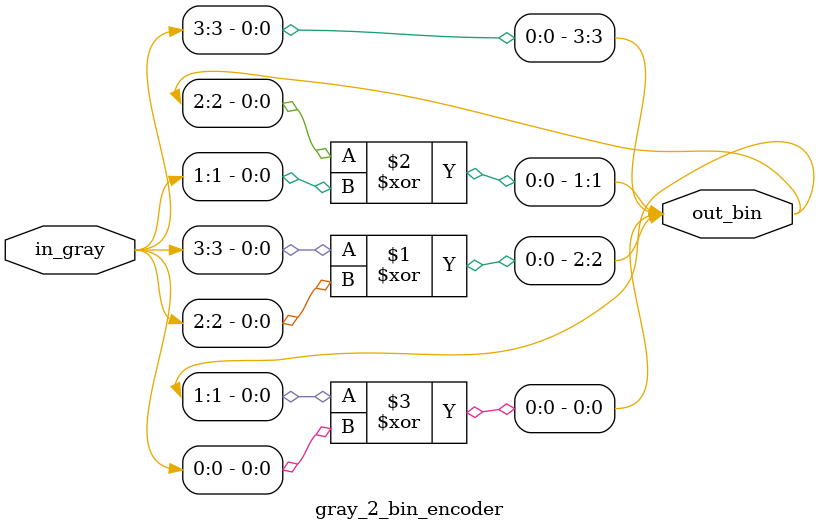
<source format=sv>
`timescale 1ns/100ps

module gray_2_bin_encoder #(parameter DATA_WIDTH = 4) (
    input   logic [DATA_WIDTH-1:0] in_gray, 
    output  logic [DATA_WIDTH-1:0] out_bin
);

    assign out_bin[DATA_WIDTH-1] = in_gray[DATA_WIDTH-1];
    assign out_bin[DATA_WIDTH-2] = in_gray[DATA_WIDTH-1] ^ in_gray[DATA_WIDTH-2];

    genvar i;
    generate
        for (i=DATA_WIDTH-3; i>=0; i=i-1) begin 
            assign out_bin[i] = out_bin[i+1] ^ in_gray[i];
        end
    endgenerate

endmodule

</source>
